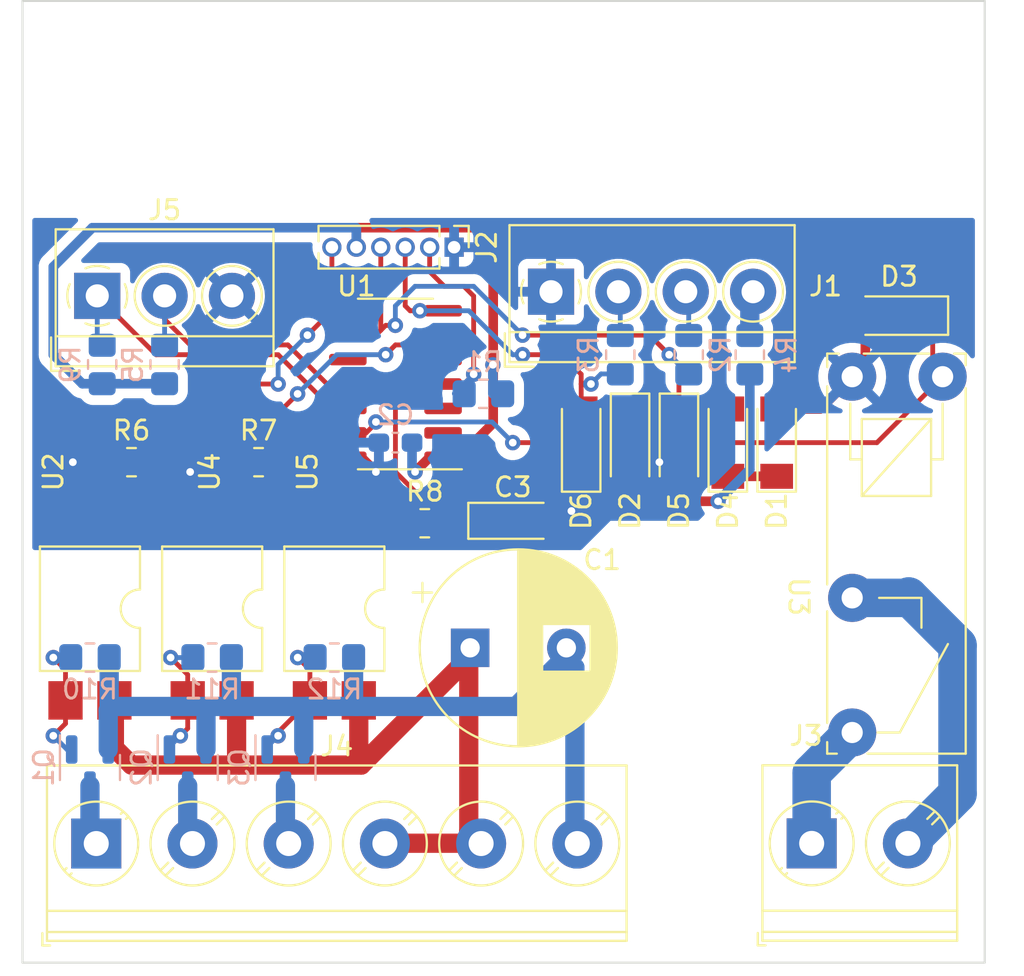
<source format=kicad_pcb>
(kicad_pcb (version 20211014) (generator pcbnew)
  (layers (0 "F.Cu" signal) (31 "B.Cu" signal) (34 "B.Paste" user) (35 "F.Paste" user) (36 "B.SilkS" user "B.Silkscreen") (37 "F.SilkS" user "F.Silkscreen") (38 "B.Mask" user) (39 "F.Mask" user) (44 "Edge.Cuts" user))
  (net 0 "")
  (net 1 "+12V")
  (net 2 "GND2")
  (net 3 "VCC")
  (net 4 "GND")
  (net 5 "Net-(J1-Pad2)")
  (net 6 "/RELAY")
  (net 7 "Net-(J1-Pad3)")
  (net 8 "Net-(J1-Pad4)")
  (net 9 "/RESET")
  (net 10 "/MOSI")
  (net 11 "/SCK")
  (net 12 "/MISO")
  (net 13 "Net-(J3-Pad1)")
  (net 14 "Net-(U3-Pad3)")
  (net 15 "/PWM_OUT1")
  (net 16 "/PWM_OUT2")
  (net 17 "/PWM_OUT3")
  (net 18 "/IN1")
  (net 19 "/IN2")
  (net 20 "Net-(Q1-Pad1)")
  (net 21 "Net-(Q2-Pad1)")
  (net 22 "Net-(Q3-Pad1)")
  (net 23 "/PWM1")
  (net 24 "/PWM2")
  (net 25 "Net-(R7-Pad2)")
  (net 26 "/PWM3")
  (net 27 "Net-(R8-Pad2)")
  (footprint "Capacitor_THT:CP_Radial_D10.0mm_P5.00mm" (layer "F.Cu") (at 123.261938 103.632)
    (fp_text reference "C1" (at 6.858 -4.572) (layer "F.SilkS"))
    (fp_text value "2200uF 16V")
    (pad "1" thru_hole rect (at 0 0) (size 2 2) (drill 1) (layers *.Cu *.Mask) (net 1 "+12V"))
    (pad "2" thru_hole circle (at 5 0) (size 2 2) (drill 1) (layers *.Cu *.Mask) (net 2 "GND2"))
  )
  (footprint "Package_SO:SOIC-14_3.9x8.7mm_P1.27mm" (layer "F.Cu") (at 119.38 89.916 180)
    (fp_text reference "U1" (at 2.032 5.08) (layer "F.SilkS"))
    (fp_text value "ATtiny24-20SS")
    (pad "1" smd roundrect (at -2.475 -3.81 180) (size 1.95 0.6) (layers "F.Cu" "F.Paste" "F.Mask") (net 3 "VCC"))
    (pad "2" smd roundrect (at -2.475 -2.54 180) (size 1.95 0.6) (layers "F.Cu" "F.Paste" "F.Mask"))
    (pad "3" smd roundrect (at -2.475 -1.27 180) (size 1.95 0.6) (layers "F.Cu" "F.Paste" "F.Mask"))
    (pad "4" smd roundrect (at -2.475 0 180) (size 1.95 0.6) (layers "F.Cu" "F.Paste" "F.Mask") (net 9 "/RESET"))
    (pad "5" smd roundrect (at -2.475 1.27 180) (size 1.95 0.6) (layers "F.Cu" "F.Paste" "F.Mask") (net 27 "Net-(R8-Pad2)"))
    (pad "6" smd roundrect (at -2.475 2.54 180) (size 1.95 0.6) (layers "F.Cu" "F.Paste" "F.Mask") (net 25 "Net-(R7-Pad2)"))
    (pad "7" smd roundrect (at -2.475 3.81 180) (size 1.95 0.6) (layers "F.Cu" "F.Paste" "F.Mask") (net 10 "/MOSI"))
    (pad "8" smd roundrect (at 2.475 3.81 180) (size 1.95 0.6) (layers "F.Cu" "F.Paste" "F.Mask") (net 12 "/MISO"))
    (pad "9" smd roundrect (at 2.475 2.54 180) (size 1.95 0.6) (layers "F.Cu" "F.Paste" "F.Mask") (net 11 "/SCK"))
    (pad "10" smd roundrect (at 2.475 1.27 180) (size 1.95 0.6) (layers "F.Cu" "F.Paste" "F.Mask"))
    (pad "11" smd roundrect (at 2.475 0 180) (size 1.95 0.6) (layers "F.Cu" "F.Paste" "F.Mask") (net 19 "/IN2"))
    (pad "12" smd roundrect (at 2.475 -1.27 180) (size 1.95 0.6) (layers "F.Cu" "F.Paste" "F.Mask") (net 18 "/IN1"))
    (pad "13" smd roundrect (at 2.475 -2.54 180) (size 1.95 0.6) (layers "F.Cu" "F.Paste" "F.Mask") (net 6 "/RELAY"))
    (pad "14" smd roundrect (at 2.475 -3.81 180) (size 1.95 0.6) (layers "F.Cu" "F.Paste" "F.Mask") (net 4 "GND"))
  )
  (footprint "Package_DIP:SMDIP-4_W9.53mm" (layer "F.Cu") (at 103.505 101.6 -90)
    (fp_text reference "U2" (at -7.112 1.905 90) (layer "F.SilkS"))
    (fp_text value "LTV-817S")
    (pad "1" smd rect (at -4.765 -1.27 270) (size 2 1.78) (layers "F.Cu" "F.Paste" "F.Mask") (net 23 "/PWM1"))
    (pad "2" smd rect (at -4.765 1.27 270) (size 2 1.78) (layers "F.Cu" "F.Paste" "F.Mask") (net 4 "GND"))
    (pad "3" smd rect (at 4.765 1.27 270) (size 2 1.78) (layers "F.Cu" "F.Paste" "F.Mask") (net 20 "Net-(Q1-Pad1)"))
    (pad "4" smd rect (at 4.765 -1.27 270) (size 2 1.78) (layers "F.Cu" "F.Paste" "F.Mask") (net 1 "+12V"))
  )
  (footprint "TerminalBlock_4Ucon:TerminalBlock_4Ucon_1x03_P3.50mm_Horizontal" (layer "F.Cu") (at 103.884 85.3325)
    (fp_text reference "J5" (at 3.5 -4.46) (layer "F.SilkS"))
    (fp_text value "Screw_Terminal_01x03")
    (pad "1" thru_hole rect (at 0 0) (size 2.4 2.4) (drill 1.2) (layers *.Cu *.Mask) (net 18 "/IN1"))
    (pad "2" thru_hole circle (at 3.5 0) (size 2.4 2.4) (drill 1.2) (layers *.Cu *.Mask) (net 19 "/IN2"))
    (pad "3" thru_hole circle (at 7 0) (size 2.4 2.4) (drill 1.2) (layers *.Cu *.Mask) (net 4 "GND"))
  )
  (footprint "moje:SANYOU_SRB" (layer "F.Cu") (at 143.115 89.535 -90)
    (fp_text reference "U3" (at 11.43 2.78 -90 unlocked) (layer "F.SilkS"))
    (fp_text value "SANYOU_SRB_S")
    (pad "1" thru_hole circle (at 0 0) (size 2.5 2.5) (drill 1.1) (layers *.Cu *.Mask) (net 4 "GND"))
    (pad "2" thru_hole circle (at 0 -4.7) (size 2.5 2.5) (drill 1.1) (layers *.Cu *.Mask) (net 6 "/RELAY"))
    (pad "3" thru_hole circle (at 11.5 0) (size 2.5 2.5) (drill 1.1) (layers *.Cu *.Mask) (net 14 "Net-(U3-Pad3)"))
    (pad "4" thru_hole circle (at 18.5 0) (size 2.5 2.5) (drill 1.1) (layers *.Cu *.Mask) (net 13 "Net-(J3-Pad1)"))
  )
  (footprint "Resistor_SMD:R_0805_2012Metric_Pad1.20x1.40mm_HandSolder" (layer "F.Cu") (at 112.268 93.98)
    (fp_text reference "R7" (at 0 -1.65) (layer "F.SilkS"))
    (fp_text value "4.7k")
    (pad "1" smd roundrect (at -1 0) (size 1.2 1.4) (layers "F.Cu" "F.Paste" "F.Mask") (roundrect_rratio 0.208333) (net 24 "/PWM2"))
    (pad "2" smd roundrect (at 1 0) (size 1.2 1.4) (layers "F.Cu" "F.Paste" "F.Mask") (roundrect_rratio 0.208333) (net 25 "Net-(R7-Pad2)"))
  )
  (footprint "Resistor_SMD:R_0805_2012Metric_Pad1.20x1.40mm_HandSolder" (layer "F.Cu") (at 105.664 93.98)
    (fp_text reference "R6" (at 0 -1.65) (layer "F.SilkS"))
    (fp_text value "4.7k")
    (pad "1" smd roundrect (at -1 0) (size 1.2 1.4) (layers "F.Cu" "F.Paste" "F.Mask") (roundrect_rratio 0.208333) (net 23 "/PWM1"))
    (pad "2" smd roundrect (at 1 0) (size 1.2 1.4) (layers "F.Cu" "F.Paste" "F.Mask") (roundrect_rratio 0.208333) (net 12 "/MISO"))
  )
  (footprint "Diode_SMD:D_MiniMELF" (layer "F.Cu") (at 129.032 92.964 90)
    (fp_text reference "D6" (at -3.556 0 90) (layer "F.SilkS"))
    (fp_text value "1n4148")
    (pad "1" smd rect (at -1.75 0 90) (size 1.3 1.7) (layers "F.Cu" "F.Paste" "F.Mask") (net 3 "VCC"))
    (pad "2" smd rect (at 1.75 0 90) (size 1.3 1.7) (layers "F.Cu" "F.Paste" "F.Mask") (net 10 "/MOSI"))
  )
  (footprint "Diode_SMD:D_MiniMELF" (layer "F.Cu") (at 131.572 92.964 -90)
    (fp_text reference "D2" (at 3.556 0 90) (layer "F.SilkS"))
    (fp_text value "1n4148")
    (pad "1" smd rect (at -1.75 0 270) (size 1.3 1.7) (layers "F.Cu" "F.Paste" "F.Mask") (net 10 "/MOSI"))
    (pad "2" smd rect (at 1.75 0 270) (size 1.3 1.7) (layers "F.Cu" "F.Paste" "F.Mask") (net 4 "GND"))
  )
  (footprint "Resistor_SMD:R_0805_2012Metric_Pad1.20x1.40mm_HandSolder" (layer "F.Cu") (at 120.904 97.155)
    (fp_text reference "R8" (at 0 -1.65) (layer "F.SilkS"))
    (fp_text value "4.7k")
    (pad "1" smd roundrect (at -1 0) (size 1.2 1.4) (layers "F.Cu" "F.Paste" "F.Mask") (roundrect_rratio 0.208333) (net 26 "/PWM3"))
    (pad "2" smd roundrect (at 1 0) (size 1.2 1.4) (layers "F.Cu" "F.Paste" "F.Mask") (roundrect_rratio 0.208333) (net 27 "Net-(R8-Pad2)"))
  )
  (footprint "TerminalBlock_Phoenix:TerminalBlock_Phoenix_PT-1,5-2-5.0-H_1x02_P5.00mm_Horizontal" (layer "F.Cu") (at 141.01 113.8)
    (fp_text reference "J3" (at -0.294 -5.596) (layer "F.SilkS"))
    (fp_text value "Screw_Terminal_01x02")
    (pad "1" thru_hole rect (at 0 0) (size 2.6 2.6) (drill 1.3) (layers *.Cu *.Mask) (net 13 "Net-(J3-Pad1)"))
    (pad "2" thru_hole circle (at 5 0) (size 2.6 2.6) (drill 1.3) (layers *.Cu *.Mask) (net 14 "Net-(U3-Pad3)"))
  )
  (footprint "Diode_SMD:D_MiniMELF" (layer "F.Cu") (at 145.55 86.36 180)
    (fp_text reference "D3" (at 0 2.032) (layer "F.SilkS"))
    (fp_text value "1n4148")
    (pad "1" smd rect (at -1.75 0 180) (size 1.3 1.7) (layers "F.Cu" "F.Paste" "F.Mask") (net 6 "/RELAY"))
    (pad "2" smd rect (at 1.75 0 180) (size 1.3 1.7) (layers "F.Cu" "F.Paste" "F.Mask") (net 4 "GND"))
  )
  (footprint "Package_DIP:SMDIP-4_W9.53mm" (layer "F.Cu") (at 109.855 101.6 -90)
    (fp_text reference "U4" (at -7.112 0.127 90) (layer "F.SilkS"))
    (fp_text value "LTV-817S")
    (pad "1" smd rect (at -4.765 -1.27 270) (size 2 1.78) (layers "F.Cu" "F.Paste" "F.Mask") (net 24 "/PWM2"))
    (pad "2" smd rect (at -4.765 1.27 270) (size 2 1.78) (layers "F.Cu" "F.Paste" "F.Mask") (net 4 "GND"))
    (pad "3" smd rect (at 4.765 1.27 270) (size 2 1.78) (layers "F.Cu" "F.Paste" "F.Mask") (net 21 "Net-(Q2-Pad1)"))
    (pad "4" smd rect (at 4.765 -1.27 270) (size 2 1.78) (layers "F.Cu" "F.Paste" "F.Mask") (net 1 "+12V"))
  )
  (footprint "TerminalBlock_Phoenix:TerminalBlock_Phoenix_PT-1,5-6-5.0-H_1x06_P5.00mm_Horizontal" (layer "F.Cu") (at 103.832 113.808)
    (fp_text reference "J4" (at 12.5 -5.06) (layer "F.SilkS"))
    (fp_text value "Screw_Terminal_01x06")
    (pad "1" thru_hole rect (at 0 0) (size 2.6 2.6) (drill 1.3) (layers *.Cu *.Mask) (net 15 "/PWM_OUT1"))
    (pad "2" thru_hole circle (at 5 0) (size 2.6 2.6) (drill 1.3) (layers *.Cu *.Mask) (net 16 "/PWM_OUT2"))
    (pad "3" thru_hole circle (at 10 0) (size 2.6 2.6) (drill 1.3) (layers *.Cu *.Mask) (net 17 "/PWM_OUT3"))
    (pad "4" thru_hole circle (at 15 0) (size 2.6 2.6) (drill 1.3) (layers *.Cu *.Mask) (net 1 "+12V"))
    (pad "5" thru_hole circle (at 20 0) (size 2.6 2.6) (drill 1.3) (layers *.Cu *.Mask) (net 1 "+12V"))
    (pad "6" thru_hole circle (at 25 0) (size 2.6 2.6) (drill 1.3) (layers *.Cu *.Mask) (net 2 "GND2"))
  )
  (footprint "Package_DIP:SMDIP-4_W9.53mm" (layer "F.Cu") (at 116.205 101.6 -90)
    (fp_text reference "U5" (at -7.112 1.397 90) (layer "F.SilkS"))
    (fp_text value "LTV-817S")
    (pad "1" smd rect (at -4.765 -1.27 270) (size 2 1.78) (layers "F.Cu" "F.Paste" "F.Mask") (net 26 "/PWM3"))
    (pad "2" smd rect (at -4.765 1.27 270) (size 2 1.78) (layers "F.Cu" "F.Paste" "F.Mask") (net 4 "GND"))
    (pad "3" smd rect (at 4.765 1.27 270) (size 2 1.78) (layers "F.Cu" "F.Paste" "F.Mask") (net 22 "Net-(Q3-Pad1)"))
    (pad "4" smd rect (at 4.765 -1.27 270) (size 2 1.78) (layers "F.Cu" "F.Paste" "F.Mask") (net 1 "+12V"))
  )
  (footprint "Capacitor_Tantalum_SMD:CP_EIA-3216-18_Kemet-A" (layer "F.Cu") (at 125.476 97.028)
    (fp_text reference "C3" (at 0 -1.75) (layer "F.SilkS"))
    (fp_text value "2.2uF 10V")
    (pad "1" smd roundrect (at -1.35 0) (size 1.4 1.35) (layers "F.Cu" "F.Paste" "F.Mask") (roundrect_rratio 0.185185) (net 3 "VCC"))
    (pad "2" smd roundrect (at 1.35 0) (size 1.4 1.35) (layers "F.Cu" "F.Paste" "F.Mask") (roundrect_rratio 0.185185) (net 4 "GND"))
  )
  (footprint "Connector_PinHeader_1.27mm:PinHeader_1x06_P1.27mm_Vertical" (layer "F.Cu") (at 122.428 82.804 -90)
    (fp_text reference "J2" (at 0 -1.695 90) (layer "F.SilkS"))
    (fp_text value "Conn_01x06")
    (pad "1" thru_hole rect (at 0 0 270) (size 1 1) (drill 0.65) (layers *.Cu *.Mask) (net 4 "GND"))
    (pad "2" thru_hole oval (at 0 1.27 270) (size 1 1) (drill 0.65) (layers *.Cu *.Mask) (net 9 "/RESET"))
    (pad "3" thru_hole oval (at 0 2.54 270) (size 1 1) (drill 0.65) (layers *.Cu *.Mask) (net 10 "/MOSI"))
    (pad "4" thru_hole oval (at 0 3.81 270) (size 1 1) (drill 0.65) (layers *.Cu *.Mask) (net 11 "/SCK"))
    (pad "5" thru_hole oval (at 0 5.08 270) (size 1 1) (drill 0.65) (layers *.Cu *.Mask) (net 3 "VCC"))
    (pad "6" thru_hole oval (at 0 6.35 270) (size 1 1) (drill 0.65) (layers *.Cu *.Mask) (net 12 "/MISO"))
  )
  (footprint "TerminalBlock_4Ucon:TerminalBlock_4Ucon_1x04_P3.50mm_Horizontal" (layer "F.Cu") (at 127.465 85.117)
    (fp_text reference "J1" (at 14.267 -0.281) (layer "F.SilkS"))
    (fp_text value "Screw_Terminal_01x04")
    (pad "1" thru_hole rect (at 0 0) (size 2.4 2.4) (drill 1.2) (layers *.Cu *.Mask) (net 4 "GND"))
    (pad "2" thru_hole circle (at 3.5 0) (size 2.4 2.4) (drill 1.2) (layers *.Cu *.Mask) (net 5 "Net-(J1-Pad2)"))
    (pad "3" thru_hole circle (at 7 0) (size 2.4 2.4) (drill 1.2) (layers *.Cu *.Mask) (net 7 "Net-(J1-Pad3)"))
    (pad "4" thru_hole circle (at 10.5 0) (size 2.4 2.4) (drill 1.2) (layers *.Cu *.Mask) (net 8 "Net-(J1-Pad4)"))
  )
  (footprint "Diode_SMD:D_MiniMELF" (layer "F.Cu") (at 136.652 92.964 90)
    (fp_text reference "D4" (at -3.556 0 90) (layer "F.SilkS"))
    (fp_text value "1n4148")
    (pad "1" smd rect (at -1.75 0 90) (size 1.3 1.7) (layers "F.Cu" "F.Paste" "F.Mask") (net 3 "VCC"))
    (pad "2" smd rect (at 1.75 0 90) (size 1.3 1.7) (layers "F.Cu" "F.Paste" "F.Mask") (net 11 "/SCK"))
  )
  (footprint "Diode_SMD:D_MiniMELF" (layer "F.Cu") (at 134.112 92.964 -90)
    (fp_text reference "D5" (at 3.556 0 90) (layer "F.SilkS"))
    (fp_text value "1n4148")
    (pad "1" smd rect (at -1.75 0 270) (size 1.3 1.7) (layers "F.Cu" "F.Paste" "F.Mask") (net 11 "/SCK"))
    (pad "2" smd rect (at 1.75 0 270) (size 1.3 1.7) (layers "F.Cu" "F.Paste" "F.Mask") (net 4 "GND"))
  )
  (footprint "Diode_SMD:D_MiniMELF" (layer "F.Cu") (at 139.192 92.964 90)
    (fp_text reference "D1" (at -3.556 0 90) (layer "F.SilkS"))
    (fp_text value "5.1V")
    (pad "1" smd rect (at -1.75 0 90) (size 1.3 1.7) (layers "F.Cu" "F.Paste" "F.Mask") (net 3 "VCC"))
    (pad "2" smd rect (at 1.75 0 90) (size 1.3 1.7) (layers "F.Cu" "F.Paste" "F.Mask") (net 4 "GND"))
  )
  (footprint "Resistor_SMD:R_0805_2012Metric_Pad1.20x1.40mm_HandSolder" (layer "B.Cu") (at 103.505 104.14)
    (fp_text reference "R10" (at 0 1.65) (layer "B.SilkS") (effects (justify mirror)))
    (fp_text value "1k")
    (pad "1" smd roundrect (at -1 0) (size 1.2 1.4) (layers "B.Cu" "B.Paste" "B.Mask") (roundrect_rratio 0.208333) (net 20 "Net-(Q1-Pad1)"))
    (pad "2" smd roundrect (at 1 0) (size 1.2 1.4) (layers "B.Cu" "B.Paste" "B.Mask") (roundrect_rratio 0.208333) (net 2 "GND2"))
  )
  (footprint "Resistor_SMD:R_0805_2012Metric_Pad1.20x1.40mm_HandSolder" (layer "B.Cu") (at 107.384 88.9 -90)
    (fp_text reference "R5" (at 0 1.65 90) (layer "B.SilkS") (effects (justify mirror)))
    (fp_text value "4.7k")
    (pad "1" smd roundrect (at -1 0 270) (size 1.2 1.4) (layers "B.Cu" "B.Paste" "B.Mask") (roundrect_rratio 0.208333) (net 19 "/IN2"))
    (pad "2" smd roundrect (at 1 0 270) (size 1.2 1.4) (layers "B.Cu" "B.Paste" "B.Mask") (roundrect_rratio 0.208333) (net 3 "VCC"))
  )
  (footprint "Resistor_SMD:R_0805_2012Metric_Pad1.20x1.40mm_HandSolder" (layer "B.Cu") (at 116.205 104.14)
    (fp_text reference "R12" (at 0 1.65) (layer "B.SilkS") (effects (justify mirror)))
    (fp_text value "1k")
    (pad "1" smd roundrect (at -1 0) (size 1.2 1.4) (layers "B.Cu" "B.Paste" "B.Mask") (roundrect_rratio 0.208333) (net 22 "Net-(Q3-Pad1)"))
    (pad "2" smd roundrect (at 1 0) (size 1.2 1.4) (layers "B.Cu" "B.Paste" "B.Mask") (roundrect_rratio 0.208333) (net 2 "GND2"))
  )
  (footprint "Resistor_SMD:R_0805_2012Metric_Pad1.20x1.40mm_HandSolder" (layer "B.Cu") (at 134.62 88.392 90)
    (fp_text reference "R2" (at 0 1.65 90) (layer "B.SilkS") (effects (justify mirror)))
    (fp_text value "100")
    (pad "1" smd roundrect (at -1 0 90) (size 1.2 1.4) (layers "B.Cu" "B.Paste" "B.Mask") (roundrect_rratio 0.208333) (net 11 "/SCK"))
    (pad "2" smd roundrect (at 1 0 90) (size 1.2 1.4) (layers "B.Cu" "B.Paste" "B.Mask") (roundrect_rratio 0.208333) (net 7 "Net-(J1-Pad3)"))
  )
  (footprint "Package_TO_SOT_SMD:SOT-23" (layer "B.Cu") (at 113.665 109.855 -90)
    (fp_text reference "Q3" (at 0 2.4 90) (layer "B.SilkS") (effects (justify mirror)))
    (fp_text value "BS870")
    (pad "1" smd roundrect (at -0.9375 0.95 270) (size 1.475 0.6) (layers "B.Cu" "B.Paste" "B.Mask") (net 22 "Net-(Q3-Pad1)"))
    (pad "2" smd roundrect (at -0.9375 -0.95 270) (size 1.475 0.6) (layers "B.Cu" "B.Paste" "B.Mask") (net 2 "GND2"))
    (pad "3" smd roundrect (at 0.9375 0 270) (size 1.475 0.6) (layers "B.Cu" "B.Paste" "B.Mask") (net 17 "/PWM_OUT3"))
  )
  (footprint "Resistor_SMD:R_0805_2012Metric_Pad1.20x1.40mm_HandSolder" (layer "B.Cu") (at 104.14 88.9 -90)
    (fp_text reference "R9" (at 0 1.65 90) (layer "B.SilkS") (effects (justify mirror)))
    (fp_text value "4.7k")
    (pad "1" smd roundrect (at -1 0 270) (size 1.2 1.4) (layers "B.Cu" "B.Paste" "B.Mask") (roundrect_rratio 0.208333) (net 18 "/IN1"))
    (pad "2" smd roundrect (at 1 0 270) (size 1.2 1.4) (layers "B.Cu" "B.Paste" "B.Mask") (roundrect_rratio 0.208333) (net 3 "VCC"))
  )
  (footprint "Package_TO_SOT_SMD:SOT-23" (layer "B.Cu") (at 103.505 109.855 -90)
    (fp_text reference "Q1" (at 0 2.4 90) (layer "B.SilkS") (effects (justify mirror)))
    (fp_text value "BS870")
    (pad "1" smd roundrect (at -0.9375 0.95 270) (size 1.475 0.6) (layers "B.Cu" "B.Paste" "B.Mask") (net 20 "Net-(Q1-Pad1)"))
    (pad "2" smd roundrect (at -0.9375 -0.95 270) (size 1.475 0.6) (layers "B.Cu" "B.Paste" "B.Mask") (net 2 "GND2"))
    (pad "3" smd roundrect (at 0.9375 0 270) (size 1.475 0.6) (layers "B.Cu" "B.Paste" "B.Mask") (net 15 "/PWM_OUT1"))
  )
  (footprint "Resistor_SMD:R_0805_2012Metric_Pad1.20x1.40mm_HandSolder" (layer "B.Cu") (at 137.795 88.392 -90)
    (fp_text reference "R4" (at 0 -1.905 90) (layer "B.SilkS") (effects (justify mirror)))
    (fp_text value "10R")
    (pad "1" smd roundrect (at -1 0 270) (size 1.2 1.4) (layers "B.Cu" "B.Paste" "B.Mask") (roundrect_rratio 0.208333) (net 8 "Net-(J1-Pad4)"))
    (pad "2" smd roundrect (at 1 0 270) (size 1.2 1.4) (layers "B.Cu" "B.Paste" "B.Mask") (roundrect_rratio 0.208333) (net 3 "VCC"))
  )
  (footprint "Package_TO_SOT_SMD:SOT-23" (layer "B.Cu") (at 108.585 109.855 -90)
    (fp_text reference "Q2" (at 0 2.4 90) (layer "B.SilkS") (effects (justify mirror)))
    (fp_text value "BS870")
    (pad "1" smd roundrect (at -0.9375 0.95 270) (size 1.475 0.6) (layers "B.Cu" "B.Paste" "B.Mask") (net 21 "Net-(Q2-Pad1)"))
    (pad "2" smd roundrect (at -0.9375 -0.95 270) (size 1.475 0.6) (layers "B.Cu" "B.Paste" "B.Mask") (net 2 "GND2"))
    (pad "3" smd roundrect (at 0.9375 0 270) (size 1.475 0.6) (layers "B.Cu" "B.Paste" "B.Mask") (net 16 "/PWM_OUT2"))
  )
  (footprint "Resistor_SMD:R_0805_2012Metric_Pad1.20x1.40mm_HandSolder" (layer "B.Cu") (at 131.064 88.392 -90)
    (fp_text reference "R3" (at 0 1.65 90) (layer "B.SilkS") (effects (justify mirror)))
    (fp_text value "100")
    (pad "1" smd roundrect (at -1 0 270) (size 1.2 1.4) (layers "B.Cu" "B.Paste" "B.Mask") (roundrect_rratio 0.208333) (net 5 "Net-(J1-Pad2)"))
    (pad "2" smd roundrect (at 1 0 270) (size 1.2 1.4) (layers "B.Cu" "B.Paste" "B.Mask") (roundrect_rratio 0.208333) (net 10 "/MOSI"))
  )
  (footprint "Resistor_SMD:R_0805_2012Metric_Pad1.20x1.40mm_HandSolder" (layer "B.Cu") (at 123.952 90.424 180)
    (fp_text reference "R1" (at 0 1.65) (layer "B.SilkS") (effects (justify mirror)))
    (fp_text value "4.7k")
    (pad "1" smd roundrect (at -1 0 180) (size 1.2 1.4) (layers "B.Cu" "B.Paste" "B.Mask") (roundrect_rratio 0.208333) (net 3 "VCC"))
    (pad "2" smd roundrect (at 1 0 180) (size 1.2 1.4) (layers "B.Cu" "B.Paste" "B.Mask") (roundrect_rratio 0.208333) (net 9 "/RESET"))
  )
  (footprint "Resistor_SMD:R_0805_2012Metric_Pad1.20x1.40mm_HandSolder" (layer "B.Cu") (at 109.855 104.14)
    (fp_text reference "R11" (at 0 1.65) (layer "B.SilkS") (effects (justify mirror)))
    (fp_text value "1k")
    (pad "1" smd roundrect (at -1 0) (size 1.2 1.4) (layers "B.Cu" "B.Paste" "B.Mask") (roundrect_rratio 0.208333) (net 21 "Net-(Q2-Pad1)"))
    (pad "2" smd roundrect (at 1 0) (size 1.2 1.4) (layers "B.Cu" "B.Paste" "B.Mask") (roundrect_rratio 0.208333) (net 2 "GND2"))
  )
  (footprint "Capacitor_SMD:C_0603_1608Metric_Pad1.08x0.95mm_HandSolder" (layer "B.Cu") (at 119.38 92.964 180)
    (fp_text reference "C2" (at 0 1.43) (layer "B.SilkS") (effects (justify mirror)))
    (fp_text value "100nF")
    (pad "1" smd roundrect (at -0.8625 0 180) (size 1.075 0.95) (layers "B.Cu" "B.Paste" "B.Mask") (net 3 "VCC"))
    (pad "2" smd roundrect (at 0.8625 0 180) (size 1.075 0.95) (layers "B.Cu" "B.Paste" "B.Mask") (net 4 "GND"))
  )
  (gr_line (start 150 70) (end 100 70) (layer "Edge.Cuts") (width 0.1))
  (gr_line (start 100 70) (end 100 120) (layer "Edge.Cuts") (width 0.1))
  (gr_line (start 100 120) (end 150 120) (layer "Edge.Cuts") (width 0.1))
  (gr_line (start 150 120) (end 150 70) (layer "Edge.Cuts") (width 0.1))
  (segment (start 104.775 108.839) (end 105.664 109.728) (width 1) (layer "F.Cu") (net 1))
  (segment (start 117.602 109.728) (end 123.19 104.14) (width 1) (layer "F.Cu") (net 1))
  (segment (start 118.832 113.808) (end 118.848 113.792) (width 1) (layer "F.Cu") (net 1))
  (segment (start 111.125 106.365) (end 111.125 109.601) (width 1) (layer "F.Cu") (net 1))
  (segment (start 118.848 113.792) (end 123.816 113.792) (width 1) (layer "F.Cu") (net 1))
  (segment (start 123.816 113.792) (end 123.832 113.808) (width 1) (layer "F.Cu") (net 1))
  (segment (start 117.475 106.365) (end 117.475 109.601) (width 1) (layer "F.Cu") (net 1))
  (segment (start 104.775 106.365) (end 104.775 108.839) (width 1) (layer "F.Cu") (net 1))
  (segment (start 123.832 113.808) (end 123.19 113.166) (width 1) (layer "F.Cu") (net 1))
  (segment (start 111.252 109.728) (end 117.602 109.728) (width 1) (layer "F.Cu") (net 1))
  (segment (start 105.664 109.728) (end 111.252 109.728) (width 1) (layer "F.Cu") (net 1))
  (segment (start 123.19 113.166) (end 123.19 104.14) (width 1) (layer "F.Cu") (net 1))
  (segment (start 117.475 109.601) (end 117.602 109.728) (width 1) (layer "F.Cu") (net 1))
  (segment (start 111.125 109.601) (end 111.252 109.728) (width 1) (layer "F.Cu") (net 1))
  (segment (start 109.728 106.68) (end 110.744 106.68) (width 1) (layer "B.Cu") (net 2))
  (segment (start 110.855 104.14) (end 110.855 106.569) (width 1) (layer "B.Cu") (net 2))
  (segment (start 125.65 106.68) (end 128.19 104.14) (width 1) (layer "B.Cu") (net 2))
  (segment (start 104.455 108.9175) (end 104.455 106.873) (width 1) (layer "B.Cu") (net 2))
  (segment (start 104.505 106.537) (end 104.648 106.68) (width 1) (layer "B.Cu") (net 2))
  (segment (start 128.705 104.655) (end 128.19 104.14) (width 1) (layer "B.Cu") (net 2))
  (segment (start 110.744 106.68) (end 114.808 106.68) (width 1) (layer "B.Cu") (net 2))
  (segment (start 117.205 106.537) (end 117.348 106.68) (width 1) (layer "B.Cu") (net 2))
  (segment (start 104.455 106.873) (end 104.648 106.68) (width 1) (layer "B.Cu") (net 2))
  (segment (start 104.505 104.14) (end 104.505 106.537) (width 1) (layer "B.Cu") (net 2))
  (segment (start 128.705 114.605) (end 128.705 104.655) (width 1) (layer "B.Cu") (net 2))
  (segment (start 117.348 106.68) (end 125.65 106.68) (width 1) (layer "B.Cu") (net 2))
  (segment (start 109.535 108.9175) (end 109.535 106.873) (width 1) (layer "B.Cu") (net 2))
  (segment (start 114.808 106.68) (end 117.348 106.68) (width 1) (layer "B.Cu") (net 2))
  (segment (start 110.855 106.569) (end 110.744 106.68) (width 1) (layer "B.Cu") (net 2))
  (segment (start 104.648 106.68) (end 109.728 106.68) (width 1) (layer "B.Cu") (net 2))
  (segment (start 114.615 108.9175) (end 114.615 106.873) (width 1) (layer "B.Cu") (net 2))
  (segment (start 117.205 104.14) (end 117.205 106.537) (width 1) (layer "B.Cu") (net 2))
  (segment (start 114.615 106.873) (end 114.808 106.68) (width 1) (layer "B.Cu") (net 2))
  (segment (start 109.535 106.873) (end 109.728 106.68) (width 1) (layer "B.Cu") (net 2))
  (segment (start 121.855 93.726) (end 121.158 93.726) (width 0.5) (layer "F.Cu") (net 3))
  (segment (start 136.144 96.012) (end 129.54 96.012) (width 0.5) (layer "F.Cu") (net 3))
  (segment (start 121.158 93.726) (end 120.400299 94.483701) (width 0.5) (layer "F.Cu") (net 3))
  (segment (start 123.67 96.572) (end 124.126 97.028) (width 0.5) (layer "F.Cu") (net 3))
  (segment (start 129.032 94.714) (end 123.67 94.714) (width 0.5) (layer "F.Cu") (net 3))
  (segment (start 136.652 94.714) (end 136.652 95.504) (width 0.5) (layer "F.Cu") (net 3))
  (segment (start 123.67 94.714) (end 123.67 96.572) (width 0.5) (layer "F.Cu") (net 3))
  (segment (start 124.46 91.948) (end 124.46 81.788) (width 0.5) (layer "F.Cu") (net 3))
  (segment (start 121.855 93.726) (end 122.682 93.726) (width 0.5) (layer "F.Cu") (net 3))
  (segment (start 123.67 94.714) (end 122.682 93.726) (width 0.5) (layer "F.Cu") (net 3))
  (segment (start 136.652 95.504) (end 136.144 96.012) (width 0.5) (layer "F.Cu") (net 3))
  (segment (start 129.032 95.504) (end 129.032 94.714) (width 0.5) (layer "F.Cu") (net 3))
  (segment (start 122.682 93.726) (end 124.46 91.948) (width 0.5) (layer "F.Cu") (net 3))
  (segment (start 129.54 96.012) (end 129.032 95.504) (width 0.5) (layer "F.Cu") (net 3))
  (segment (start 117.348 81.788) (end 117.348 82.804) (width 0.5) (layer "F.Cu") (net 3))
  (segment (start 124.46 81.788) (end 117.348 81.788) (width 0.5) (layer "F.Cu") (net 3))
  (segment (start 139.192 94.714) (end 136.652 94.714) (width 0.5) (layer "F.Cu") (net 3))
  (via (at 124.444 88.916) (size 0.8) (drill 0.4) (layers "F.Cu" "B.Cu") (net 3))
  (via (at 120.400299 94.483701) (size 0.8) (drill 0.4) (layers "F.Cu" "B.Cu") (net 3))
  (via (at 136.144 96.012) (size 0.8) (drill 0.4) (layers "F.Cu" "B.Cu") (net 3))
  (segment (start 117.348 81.788) (end 117.348 82.804) (width 0.5) (layer "B.Cu") (net 3))
  (segment (start 103.632 81.788) (end 117.348 81.788) (width 0.5) (layer "B.Cu") (net 3))
  (segment (start 137.795 94.361) (end 136.144 96.012) (width 0.5) (layer "B.Cu") (net 3))
  (segment (start 120.2425 92.964) (end 120.2425 94.325902) (width 0.5) (layer "B.Cu") (net 3))
  (segment (start 120.2425 94.325902) (end 120.400299 94.483701) (width 0.5) (layer "B.Cu") (net 3))
  (segment (start 124.444 90.424) (end 124.444 88.916) (width 0.5) (layer "B.Cu") (net 3))
  (segment (start 103.108 89.9) (end 101.6 88.392) (width 0.5) (layer "B.Cu") (net 3))
  (segment (start 107.384 89.9) (end 104.14 89.9) (width 0.5) (layer "B.Cu") (net 3))
  (segment (start 104.14 89.9) (end 103.108 89.9) (width 0.5) (layer "B.Cu") (net 3))
  (segment (start 101.6 83.82) (end 103.632 81.788) (width 0.5) (layer "B.Cu") (net 3))
  (segment (start 101.6 88.392) (end 101.6 83.82) (width 0.5) (layer "B.Cu") (net 3))
  (segment (start 137.795 89.392) (end 137.795 94.361) (width 0.5) (layer "B.Cu") (net 3))
  (segment (start 116.905 93.726) (end 116.078 93.726) (width 0.5) (layer "F.Cu") (net 4))
  (segment (start 128.016 97.028) (end 128.524 96.52) (width 0.5) (layer "F.Cu") (net 4))
  (segment (start 102.235 94.361) (end 102.616 93.98) (width 0.5) (layer "F.Cu") (net 4))
  (segment (start 108.585 94.615) (end 108.712 94.488) (width 0.5) (layer "F.Cu") (net 4))
  (segment (start 143.8 86.36) (end 143.8 88.865) (width 0.5) (layer "F.Cu") (net 4))
  (segment (start 143.8 88.865) (end 143.1275 89.5375) (width 0.5) (layer "F.Cu") (net 4))
  (segment (start 114.935 94.869) (end 114.935 96.835) (width 0.5) (layer "F.Cu") (net 4))
  (segment (start 108.585 96.835) (end 108.585 94.615) (width 0.5) (layer "F.Cu") (net 4))
  (segment (start 102.235 96.835) (end 102.235 94.361) (width 0.5) (layer "F.Cu") (net 4))
  (segment (start 117.602 93.726) (end 118.364 94.488) (width 0.5) (layer "F.Cu") (net 4))
  (segment (start 116.078 93.726) (end 114.935 94.869) (width 0.5) (layer "F.Cu") (net 4))
  (segment (start 134.112 94.714) (end 133.83 94.714) (width 0.5) (layer "F.Cu") (net 4))
  (segment (start 133.83 94.714) (end 133.096 93.98) (width 0.5) (layer "F.Cu") (net 4))
  (segment (start 132.362 94.714) (end 133.096 93.98) (width 0.5) (layer "F.Cu") (net 4))
  (segment (start 116.905 93.726) (end 117.602 93.726) (width 0.5) (layer "F.Cu") (net 4))
  (segment (start 141.451 91.214) (end 143.1275 89.5375) (width 0.5) (layer "F.Cu") (net 4))
  (segment (start 126.826 97.028) (end 128.016 97.028) (width 0.5) (layer "F.Cu") (net 4))
  (segment (start 131.572 94.714) (end 132.362 94.714) (width 0.5) (layer "F.Cu") (net 4))
  (segment (start 139.192 91.214) (end 141.451 91.214) (width 0.5) (layer "F.Cu") (net 4))
  (via (at 102.616 93.98) (size 0.8) (drill 0.4) (layers "F.Cu" "B.Cu") (net 4))
  (via (at 128.524 96.52) (size 0.8) (drill 0.4) (layers "F.Cu" "B.Cu") (net 4))
  (via (at 133.096 93.98) (size 0.8) (drill 0.4) (layers "F.Cu" "B.Cu") (net 4))
  (via (at 108.712 94.488) (size 0.8) (drill 0.4) (layers "F.Cu" "B.Cu") (net 4))
  (via (at 118.364 94.488) (size 0.8) (drill 0.4) (layers "F.Cu" "B.Cu") (net 4))
  (segment (start 118.5175 94.3345) (end 118.364 94.488) (width 0.5) (layer "B.Cu") (net 4))
  (segment (start 118.5175 92.964) (end 118.5175 94.3345) (width 0.5) (layer "B.Cu") (net 4))
  (segment (start 143.8 90.21) (end 143.1275 89.5375) (width 0.5) (layer "B.Cu") (net 4))
  (segment (start 131.064 87.392) (end 131.064 85.216) (width 0.25) (layer "B.Cu") (net 5))
  (segment (start 131.064 85.216) (end 130.965 85.117) (width 0.25) (layer "B.Cu") (net 5))
  (segment (start 125.476 92.964) (end 144.401 92.964) (width 0.25) (layer "F.Cu") (net 6))
  (segment (start 116.905 92.456) (end 117.856 92.456) (width 0.25) (layer "F.Cu") (net 6))
  (segment (start 117.856 92.456) (end 118.364 91.948) (width 0.25) (layer "F.Cu") (net 6))
  (segment (start 144.401 92.964) (end 147.8275 89.5375) (width 0.25) (layer "F.Cu") (net 6))
  (segment (start 118.364 91.948) (end 118.364 91.8895) (width 0.25) (layer "F.Cu") (net 6))
  (segment (start 147.3 86.36) (end 147.3 89.01) (width 0.25) (layer "F.Cu") (net 6))
  (segment (start 147.3 89.01) (end 147.8275 89.5375) (width 0.25) (layer "F.Cu") (net 6))
  (via (at 125.476 92.964) (size 0.8) (drill 0.4) (layers "F.Cu" "B.Cu") (net 6))
  (via (at 118.364 91.8895) (size 0.8) (drill 0.4) (layers "F.Cu" "B.Cu") (net 6))
  (segment (start 118.364 91.8895) (end 124.4015 91.8895) (width 0.25) (layer "B.Cu") (net 6))
  (segment (start 124.4015 91.8895) (end 125.476 92.964) (width 0.25) (layer "B.Cu") (net 6))
  (segment (start 134.62 87.392) (end 134.62 85.272) (width 0.25) (layer "B.Cu") (net 7))
  (segment (start 134.62 85.272) (end 134.465 85.117) (width 0.25) (layer "B.Cu") (net 7))
  (segment (start 137.795 85.287) (end 137.965 85.117) (width 1) (layer "B.Cu") (net 8))
  (segment (start 137.795 87.392) (end 137.795 85.287) (width 1) (layer "B.Cu") (net 8))
  (segment (start 121.92 84.836) (end 121.158 84.074) (width 0.25) (layer "F.Cu") (net 9))
  (segment (start 121.158 84.074) (end 121.158 82.804) (width 0.25) (layer "F.Cu") (net 9))
  (segment (start 122.936 89.916) (end 123.444 89.408) (width 0.25) (layer "F.Cu") (net 9))
  (segment (start 121.855 89.916) (end 122.936 89.916) (width 0.25) (layer "F.Cu") (net 9))
  (segment (start 123.444 85.344) (end 122.936 84.836) (width 0.25) (layer "F.Cu") (net 9))
  (segment (start 122.936 84.836) (end 121.92 84.836) (width 0.25) (layer "F.Cu") (net 9))
  (segment (start 123.444 89.408) (end 123.444 85.344) (width 0.25) (layer "F.Cu") (net 9))
  (via (at 123.444 89.408) (size 0.8) (drill 0.4) (layers "F.Cu" "B.Cu") (net 9))
  (segment (start 122.444 90.408) (end 123.444 89.408) (width 0.25) (layer "B.Cu") (net 9))
  (segment (start 122.444 90.424) (end 122.444 90.408) (width 0.25) (layer "B.Cu") (net 9))
  (segment (start 129.032 89.916) (end 129.032 89.408) (width 0.25) (layer "F.Cu") (net 10))
  (segment (start 120.65 86.106) (end 120.142 86.106) (width 0.25) (layer "F.Cu") (net 10))
  (segment (start 129.032 89.916) (end 129.54 89.916) (width 0.25) (layer "F.Cu") (net 10))
  (segment (start 129.032 91.214) (end 129.032 89.916) (width 0.25) (layer "F.Cu") (net 10))
  (segment (start 131.572 91.214) (end 129.032 91.214) (width 0.25) (layer "F.Cu") (net 10))
  (segment (start 129.032 89.408) (end 128.016 88.392) (width 0.25) (layer "F.Cu") (net 10))
  (segment (start 128.016 88.392) (end 125.984 88.392) (width 0.25) (layer "F.Cu") (net 10))
  (segment (start 119.888 85.852) (end 119.888 82.804) (width 0.25) (layer "F.Cu") (net 10))
  (segment (start 120.142 86.106) (end 119.888 85.852) (width 0.25) (layer "F.Cu") (net 10))
  (segment (start 121.855 86.106) (end 120.65 86.106) (width 0.25) (layer "F.Cu") (net 10))
  (via (at 129.54 89.916) (size 0.8) (drill 0.4) (layers "F.Cu" "B.Cu") (net 10))
  (via (at 120.65 86.106) (size 0.8) (drill 0.4) (layers "F.Cu" "B.Cu") (net 10))
  (via (at 125.984 88.392) (size 0.8) (drill 0.4) (layers "F.Cu" "B.Cu") (net 10))
  (segment (start 125.476 88.392) (end 125.984 88.392) (width 0.25) (layer "B.Cu") (net 10))
  (segment (start 123.19 86.106) (end 125.476 88.392) (width 0.25) (layer "B.Cu") (net 10))
  (segment (start 131.064 89.392) (end 130.064 89.392) (width 0.25) (layer "B.Cu") (net 10))
  (segment (start 120.65 86.106) (end 123.19 86.106) (width 0.25) (layer "B.Cu") (net 10))
  (segment (start 130.064 89.392) (end 129.54 89.916) (width 0.25) (layer "B.Cu") (net 10))
  (segment (start 134.112 91.214) (end 134.112 88.9) (width 0.25) (layer "F.Cu") (net 11))
  (segment (start 118.618 87.122) (end 118.872 86.868) (width 0.25) (layer "F.Cu") (net 11))
  (segment (start 118.872 86.868) (end 119.38 86.868) (width 0.25) (layer "F.Cu") (net 11))
  (segment (start 136.652 91.214) (end 134.112 91.214) (width 0.25) (layer "F.Cu") (net 11))
  (segment (start 134.112 88.9) (end 132.588 87.376) (width 0.25) (layer "F.Cu") (net 11))
  (segment (start 132.588 87.376) (end 125.984 87.376) (width 0.25) (layer "F.Cu") (net 11))
  (segment (start 118.618 82.804) (end 118.618 87.122) (width 0.25) (layer "F.Cu") (net 11))
  (segment (start 119.38 86.868) (end 119.375701 86.863701) (width 0.25) (layer "F.Cu") (net 11))
  (segment (start 118.364 87.376) (end 116.905 87.376) (width 0.25) (layer "F.Cu") (net 11))
  (segment (start 118.618 87.122) (end 118.364 87.376) (width 0.25) (layer "F.Cu") (net 11))
  (via (at 125.984 87.376) (size 0.8) (drill 0.4) (layers "F.Cu" "B.Cu") (net 11))
  (via (at 119.375701 86.863701) (size 0.8) (drill 0.4) (layers "F.Cu" "B.Cu") (net 11))
  (via (at 133.604 88.392) (size 0.8) (drill 0.4) (layers "F.Cu" "B.Cu") (net 11))
  (segment (start 119.375701 85.856299) (end 120.396 84.836) (width 0.25) (layer "B.Cu") (net 11))
  (segment (start 123.444 84.836) (end 125.984 87.376) (width 0.25) (layer "B.Cu") (net 11))
  (segment (start 120.396 84.836) (end 123.444 84.836) (width 0.25) (layer "B.Cu") (net 11))
  (segment (start 119.375701 86.863701) (end 119.375701 85.856299) (width 0.25) (layer "B.Cu") (net 11))
  (segment (start 134.62 89.392) (end 134.604 89.392) (width 0.25) (layer "B.Cu") (net 11))
  (segment (start 134.604 89.392) (end 133.604 88.392) (width 0.25) (layer "B.Cu") (net 11))
  (segment (start 116.078 82.804) (end 116.078 85.279) (width 0.25) (layer "F.Cu") (net 12))
  (segment (start 116.078 86.106) (end 114.808 87.376) (width 0.25) (layer "F.Cu") (net 12))
  (segment (start 110.728 89.916) (end 113.284 89.916) (width 0.25) (layer "F.Cu") (net 12))
  (segment (start 116.078 85.279) (end 116.905 86.106) (width 0.25) (layer "F.Cu") (net 12))
  (segment (start 116.905 86.106) (end 116.078 86.106) (width 0.25) (layer "F.Cu") (net 12))
  (segment (start 106.664 93.98) (end 110.728 89.916) (width 0.25) (layer "F.Cu") (net 12))
  (via (at 114.808 87.376) (size 0.8) (drill 0.4) (layers "F.Cu" "B.Cu") (net 12))
  (via (at 113.284 89.916) (size 0.8) (drill 0.4) (layers "F.Cu" "B.Cu") (net 12))
  (segment (start 113.284 88.9) (end 113.284 89.916) (width 0.25) (layer "B.Cu") (net 12))
  (segment (start 114.808 87.376) (end 113.284 88.9) (width 0.25) (layer "B.Cu") (net 12))
  (segment (start 141.01 113.8) (end 141.01 110.14) (width 2) (layer "B.Cu") (net 13))
  (segment (start 141.01 110.14) (end 143.115 108.035) (width 2) (layer "B.Cu") (net 13))
  (segment (start 146.05 100.965) (end 145.98 101.035) (width 2) (layer "B.Cu") (net 14))
  (segment (start 145.98 101.035) (end 143.115 101.035) (width 2) (layer "B.Cu") (net 14))
  (segment (start 148.59 111.22) (end 148.59 103.505) (width 2) (layer "B.Cu") (net 14))
  (segment (start 146.01 113.8) (end 148.59 111.22) (width 2) (layer "B.Cu") (net 14))
  (segment (start 148.59 103.505) (end 146.05 100.965) (width 2) (layer "B.Cu") (net 14))
  (segment (start 103.505 110.7925) (end 103.505 114.405) (width 1) (layer "B.Cu") (net 15))
  (segment (start 108.585 110.7925) (end 108.585 114.485) (width 1) (layer "B.Cu") (net 16))
  (segment (start 113.665 110.7925) (end 113.665 114.565) (width 1) (layer "B.Cu") (net 17))
  (segment (start 116.905 91.186) (end 116.078 91.186) (width 0.25) (layer "F.Cu") (net 18))
  (segment (start 116.078 91.186) (end 113.284 88.392) (width 0.25) (layer "F.Cu") (net 18))
  (segment (start 106.9435 88.392) (end 103.884 85.3325) (width 0.25) (layer "F.Cu") (net 18))
  (segment (start 113.284 88.392) (end 106.9435 88.392) (width 0.25) (layer "F.Cu") (net 18))
  (segment (start 103.884 87.644) (end 103.884 85.3325) (width 0.25) (layer "B.Cu") (net 18))
  (segment (start 104.14 87.9) (end 103.884 87.644) (width 0.25) (layer "B.Cu") (net 18))
  (segment (start 108.712 87.884) (end 107.384 86.556) (width 0.25) (layer "F.Cu") (net 19))
  (segment (start 116.905 89.916) (end 115.824 89.916) (width 0.25) (layer "F.Cu") (net 19))
  (segment (start 115.824 89.916) (end 113.792 87.884) (width 0.25) (layer "F.Cu") (net 19))
  (segment (start 113.792 87.884) (end 108.712 87.884) (width 0.25) (layer "F.Cu") (net 19))
  (segment (start 107.384 86.556) (end 107.384 85.3325) (width 0.25) (layer "F.Cu") (net 19))
  (segment (start 107.384 87.9) (end 107.384 85.3325) (width 0.25) (layer "B.Cu") (net 19))
  (segment (start 102.235 107.569) (end 101.6 108.204) (width 0.25) (layer "F.Cu") (net 20))
  (segment (start 102.235 106.365) (end 102.235 104.775) (width 0.25) (layer "F.Cu") (net 20))
  (segment (start 102.235 104.775) (end 101.6 104.14) (width 0.25) (layer "F.Cu") (net 20))
  (segment (start 102.235 106.365) (end 102.235 107.569) (width 0.25) (layer "F.Cu") (net 20))
  (via (at 101.6 104.14) (size 0.8) (drill 0.4) (layers "F.Cu" "B.Cu") (net 20))
  (via (at 101.6 108.204) (size 0.8) (drill 0.4) (layers "F.Cu" "B.Cu") (net 20))
  (segment (start 102.3135 108.9175) (end 101.6 108.204) (width 0.25) (layer "B.Cu") (net 20))
  (segment (start 102.555 108.9175) (end 102.3135 108.9175) (width 0.25) (layer "B.Cu") (net 20))
  (segment (start 102.505 104.14) (end 101.6 104.14) (width 0.25) (layer "B.Cu") (net 20))
  (segment (start 108.585 106.365) (end 108.585 107.823) (width 0.25) (layer "F.Cu") (net 21))
  (segment (start 108.585 105.029) (end 107.696 104.14) (width 0.25) (layer "F.Cu") (net 21))
  (segment (start 108.585 107.823) (end 108.204 108.204) (width 0.25) (layer "F.Cu") (net 21))
  (segment (start 108.585 106.365) (end 108.585 105.029) (width 0.25) (layer "F.Cu") (net 21))
  (via (at 108.204 108.204) (size 0.8) (drill 0.4) (layers "F.Cu" "B.Cu") (net 21))
  (via (at 107.696 104.14) (size 0.8) (drill 0.4) (layers "F.Cu" "B.Cu") (net 21))
  (segment (start 107.635 108.9175) (end 107.635 108.773) (width 0.25) (layer "B.Cu") (net 21))
  (segment (start 107.635 108.773) (end 108.204 108.204) (width 0.25) (layer "B.Cu") (net 21))
  (segment (start 108.855 104.14) (end 107.696 104.14) (width 0.25) (layer "B.Cu") (net 21))
  (segment (start 113.284 108.016) (end 113.284 108.204) (width 0.25) (layer "F.Cu") (net 22))
  (segment (start 114.935 106.365) (end 113.284 108.016) (width 0.25) (layer "F.Cu") (net 22))
  (segment (start 114.935 104.775) (end 114.3 104.14) (width 0.25) (layer "F.Cu") (net 22))
  (segment (start 114.935 106.365) (end 114.935 104.775) (width 0.25) (layer "F.Cu") (net 22))
  (via (at 114.3 104.14) (size 0.8) (drill 0.4) (layers "F.Cu" "B.Cu") (net 22))
  (via (at 113.284 108.204) (size 0.8) (drill 0.4) (layers "F.Cu" "B.Cu") (net 22))
  (segment (start 112.715 108.773) (end 113.284 108.204) (width 0.25) (layer "B.Cu") (net 22))
  (segment (start 112.715 108.9175) (end 112.715 108.773) (width 0.25) (layer "B.Cu") (net 22))
  (segment (start 115.205 104.14) (end 114.3 104.14) (width 0.25) (layer "B.Cu") (net 22))
  (segment (start 104.775 94.091) (end 104.775 96.835) (width 0.25) (layer "F.Cu") (net 23))
  (segment (start 104.664 93.98) (end 104.775 94.091) (width 0.25) (layer "F.Cu") (net 23))
  (segment (start 111.268 93.98) (end 111.125 94.123) (width 0.25) (layer "F.Cu") (net 24))
  (segment (start 111.125 94.123) (end 111.125 96.835) (width 0.25) (layer "F.Cu") (net 24))
  (segment (start 120.904 87.376) (end 120.396 87.884) (width 0.25) (layer "F.Cu") (net 25))
  (segment (start 113.268 91.456) (end 114.295701 90.428299) (width 0.25) (layer "F.Cu") (net 25))
  (segment (start 113.268 93.98) (end 113.268 91.456) (width 0.25) (layer "F.Cu") (net 25))
  (segment (start 119.38 87.884) (end 118.872 88.392) (width 0.25) (layer "F.Cu") (net 25))
  (segment (start 120.396 87.884) (end 119.38 87.884) (width 0.25) (layer "F.Cu") (net 25))
  (segment (start 121.855 87.376) (end 120.904 87.376) (width 0.25) (layer "F.Cu") (net 25))
  (via (at 118.872 88.392) (size 0.8) (drill 0.4) (layers "F.Cu" "B.Cu") (net 25))
  (via (at 114.295701 90.428299) (size 0.8) (drill 0.4) (layers "F.Cu" "B.Cu") (net 25))
  (segment (start 118.872 88.392) (end 116.332 88.392) (width 0.25) (layer "B.Cu") (net 25))
  (segment (start 116.332 88.392) (end 114.295701 90.428299) (width 0.25) (layer "B.Cu") (net 25))
  (segment (start 117.475 96.835) (end 119.33 96.835) (width 0.25) (layer "F.Cu") (net 26))
  (segment (start 119.33 96.835) (end 119.65 97.155) (width 0.25) (layer "F.Cu") (net 26))
  (segment (start 121.412 96.012) (end 120.903293 96.012) (width 0.25) (layer "F.Cu") (net 27))
  (segment (start 121.65 97.155) (end 121.65 96.25) (width 0.25) (layer "F.Cu") (net 27))
  (segment (start 121.65 96.25) (end 121.412 96.012) (width 0.25) (layer "F.Cu") (net 27))
  (segment (start 120.142 88.646) (end 119.38 89.408) (width 0.25) (layer "F.Cu") (net 27))
  (segment (start 119.38 94.488) (end 119.888 94.996) (width 0.25) (layer "F.Cu") (net 27))
  (segment (start 119.38 89.408) (end 119.38 94.488) (width 0.25) (layer "F.Cu") (net 27))
  (segment (start 121.855 88.646) (end 120.142 88.646) (width 0.25) (layer "F.Cu") (net 27))
  (segment (start 120.903293 96.012) (end 119.887646 94.996353) (width 0.25) (layer "F.Cu") (net 27))
  (zone (net 4) (net_name "GND") (layer "B.Cu") (connect_pads (clearance 0.508)) (min_thickness 0.254) (fill yes (thermal_gap 0.508) (thermal_bridge_width 0.508))
    (polygon (pts (xy 149.86 91.44) (xy 140.716 91.44) (xy 135.128 97.028) (xy 130.556 97.028) (xy 129.032 98.552) (xy 100.076 98.552) (xy 100.076 81.28) (xy 149.86 81.28)))
  )
)
</source>
